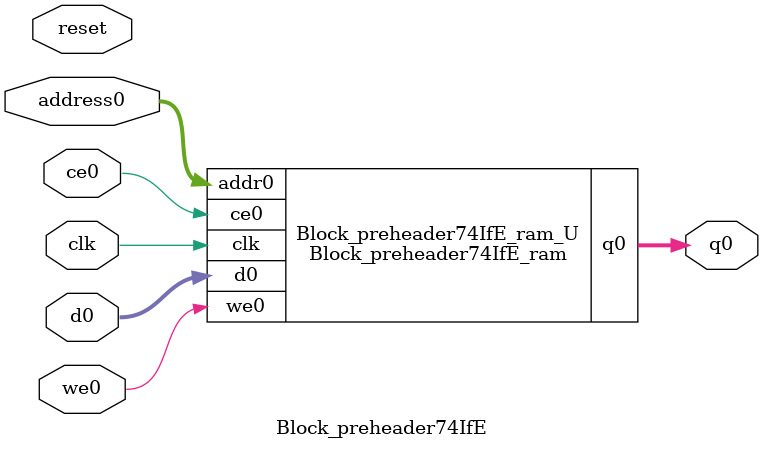
<source format=v>
`timescale 1 ns / 1 ps
module Block_preheader74IfE_ram (addr0, ce0, d0, we0, q0,  clk);

parameter DWIDTH = 5;
parameter AWIDTH = 12;
parameter MEM_SIZE = 3444;

input[AWIDTH-1:0] addr0;
input ce0;
input[DWIDTH-1:0] d0;
input we0;
output reg[DWIDTH-1:0] q0;
input clk;

(* ram_style = "block" *)reg [DWIDTH-1:0] ram[0:MEM_SIZE-1];




always @(posedge clk)  
begin 
    if (ce0) begin
        if (we0) 
            ram[addr0] <= d0; 
        q0 <= ram[addr0];
    end
end


endmodule

`timescale 1 ns / 1 ps
module Block_preheader74IfE(
    reset,
    clk,
    address0,
    ce0,
    we0,
    d0,
    q0);

parameter DataWidth = 32'd5;
parameter AddressRange = 32'd3444;
parameter AddressWidth = 32'd12;
input reset;
input clk;
input[AddressWidth - 1:0] address0;
input ce0;
input we0;
input[DataWidth - 1:0] d0;
output[DataWidth - 1:0] q0;



Block_preheader74IfE_ram Block_preheader74IfE_ram_U(
    .clk( clk ),
    .addr0( address0 ),
    .ce0( ce0 ),
    .we0( we0 ),
    .d0( d0 ),
    .q0( q0 ));

endmodule


</source>
